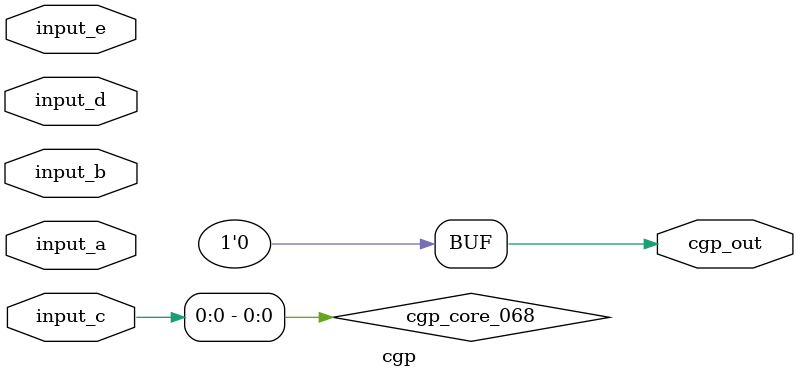
<source format=v>
module cgp(input [2:0] input_a, input [2:0] input_b, input [2:0] input_c, input [2:0] input_d, input [2:0] input_e, output [0:0] cgp_out);
  wire cgp_core_017;
  wire cgp_core_018;
  wire cgp_core_019;
  wire cgp_core_021;
  wire cgp_core_022;
  wire cgp_core_023;
  wire cgp_core_024;
  wire cgp_core_025;
  wire cgp_core_027;
  wire cgp_core_029;
  wire cgp_core_030;
  wire cgp_core_031;
  wire cgp_core_032;
  wire cgp_core_033;
  wire cgp_core_034;
  wire cgp_core_035;
  wire cgp_core_036;
  wire cgp_core_037;
  wire cgp_core_038_not;
  wire cgp_core_039;
  wire cgp_core_040;
  wire cgp_core_041;
  wire cgp_core_042;
  wire cgp_core_043_not;
  wire cgp_core_044;
  wire cgp_core_045;
  wire cgp_core_046;
  wire cgp_core_048;
  wire cgp_core_049;
  wire cgp_core_050_not;
  wire cgp_core_066;
  wire cgp_core_068;
  wire cgp_core_073;
  wire cgp_core_076;

  assign cgp_core_017 = input_b[0] ^ input_d[0];
  assign cgp_core_018 = input_b[0] & input_c[0];
  assign cgp_core_019 = input_b[2] ^ input_c[1];
  assign cgp_core_021 = cgp_core_019 ^ input_d[2];
  assign cgp_core_022 = cgp_core_019 & input_e[0];
  assign cgp_core_023 = input_b[2] | input_a[2];
  assign cgp_core_024 = input_a[1] ^ input_c[2];
  assign cgp_core_025 = input_b[2] & input_c[0];
  assign cgp_core_027 = cgp_core_024 ^ input_e[1];
  assign cgp_core_029 = ~input_d[0];
  assign cgp_core_030 = ~(input_c[1] | input_e[0]);
  assign cgp_core_031 = input_d[1] | input_e[1];
  assign cgp_core_032 = input_c[2] & input_e[1];
  assign cgp_core_033 = ~cgp_core_031;
  assign cgp_core_034 = ~(input_e[2] | input_a[0]);
  assign cgp_core_035 = ~cgp_core_032;
  assign cgp_core_036 = input_e[0] ^ input_a[2];
  assign cgp_core_037 = input_e[0] & input_e[2];
  assign cgp_core_038_not = ~cgp_core_036;
  assign cgp_core_039 = cgp_core_036 & input_b[1];
  assign cgp_core_040 = ~(cgp_core_037 & cgp_core_039);
  assign cgp_core_041 = input_e[2] ^ input_a[2];
  assign cgp_core_042 = cgp_core_017 & cgp_core_029;
  assign cgp_core_043_not = ~cgp_core_033;
  assign cgp_core_044 = cgp_core_021 & cgp_core_033;
  assign cgp_core_045 = ~input_c[0];
  assign cgp_core_046 = cgp_core_043_not & input_d[1];
  assign cgp_core_048 = ~(cgp_core_023 | cgp_core_038_not);
  assign cgp_core_049 = cgp_core_023 & cgp_core_038_not;
  assign cgp_core_050_not = ~cgp_core_048;
  assign cgp_core_066 = input_c[0] ^ cgp_core_050_not;
  assign cgp_core_068 = ~(cgp_core_045 | cgp_core_045);
  assign cgp_core_073 = ~cgp_core_041;
  assign cgp_core_076 = ~input_e[1];

  assign cgp_out[0] = 1'b0;
endmodule
</source>
